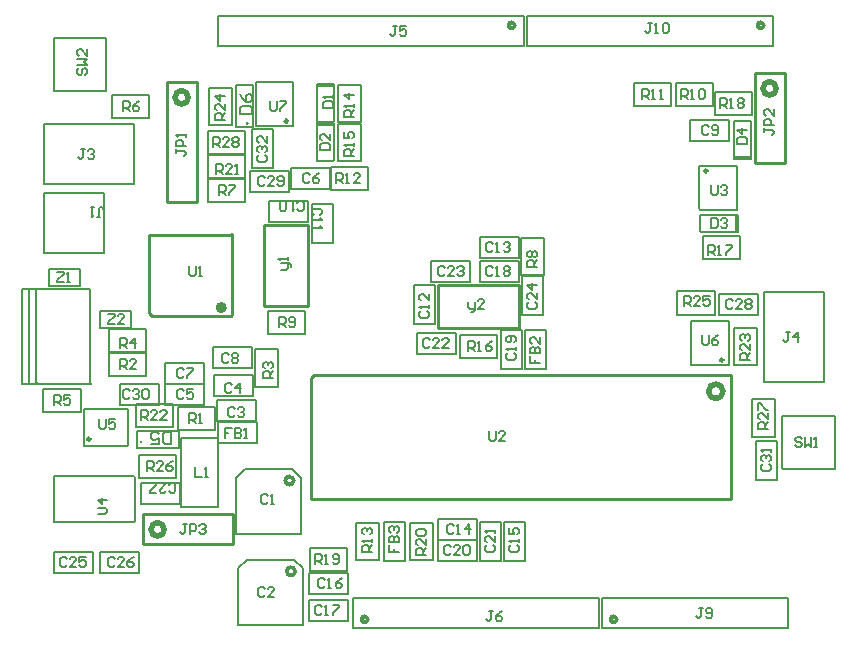
<source format=gm1>
G04*
G04 #@! TF.GenerationSoftware,Altium Limited,Altium Designer,22.7.1 (60)*
G04*
G04 Layer_Color=16711935*
%FSLAX44Y44*%
%MOMM*%
G71*
G04*
G04 #@! TF.SameCoordinates,93D02D30-53BF-4241-BF36-2AC50CD89F1B*
G04*
G04*
G04 #@! TF.FilePolarity,Positive*
G04*
G01*
G75*
%ADD10C,0.2000*%
%ADD11C,0.2540*%
%ADD13C,0.1500*%
%ADD73C,0.5000*%
%ADD86C,0.3000*%
D10*
X88900Y165608D02*
Y179578D01*
X124714D01*
X124460Y179324D02*
X124714Y179578D01*
X124460Y165354D02*
Y179324D01*
X124206Y165608D02*
X124460Y165354D01*
X88900Y165608D02*
X124206D01*
X187452Y436880D02*
Y472186D01*
X187706Y472440D01*
X173736D02*
X187706D01*
X173482Y472694D02*
X173736Y472440D01*
X173482Y436880D02*
Y472694D01*
Y436880D02*
X187452D01*
X10160Y330200D02*
X60960D01*
X10160D02*
Y381000D01*
X60960D01*
Y330200D02*
Y381000D01*
X416560Y505460D02*
Y530860D01*
X157480Y505460D02*
X416560D01*
X157480D02*
Y530860D01*
X416560D01*
X619760Y220980D02*
X670560D01*
X619760D02*
Y297180D01*
X670560D01*
Y220980D02*
Y297180D01*
X482600Y12700D02*
Y38100D01*
X640080D01*
Y12700D02*
Y38100D01*
X482600Y12700D02*
X640080D01*
X3530Y221780D02*
X4530Y220780D01*
X3530Y221780D02*
Y299780D01*
X-2470Y221780D02*
Y299780D01*
X-8470Y219780D02*
X50530D01*
X-8470D02*
Y299780D01*
X49530Y220780D02*
X50530Y219780D01*
X-8470Y299780D02*
X49530D01*
Y220780D02*
Y299780D01*
X10160Y388620D02*
Y439420D01*
X86360D01*
Y388620D02*
Y439420D01*
X10160Y388620D02*
X86360D01*
X578250Y278500D02*
Y298500D01*
X546250D02*
X578250D01*
X546250Y278500D02*
Y298500D01*
Y278500D02*
X578250D01*
X558250Y236000D02*
X590250D01*
X558250D02*
Y273000D01*
X589250D01*
X590250Y272000D01*
Y236000D02*
Y272000D01*
X609760Y207160D02*
X629760D01*
X609760Y175160D02*
Y207160D01*
Y175160D02*
X629760D01*
Y207160D01*
X627380Y505460D02*
Y530860D01*
X419100Y505460D02*
X627380D01*
X419100D02*
Y530860D01*
X627380D01*
X253240Y383700D02*
Y403700D01*
Y383700D02*
X285240D01*
Y403700D01*
X253240D02*
X285240D01*
X219710Y402590D02*
X252730D01*
Y384810D02*
Y402590D01*
X219710Y384810D02*
X252730D01*
X219710D02*
Y402590D01*
X58120Y267320D02*
X84120D01*
Y281320D01*
X58120D02*
X84120D01*
X58120Y267320D02*
Y281320D01*
X14940Y316880D02*
X40940D01*
X14940Y302880D02*
Y316880D01*
Y302880D02*
X40940D01*
Y316880D01*
X149100Y414180D02*
Y434180D01*
Y414180D02*
X181100D01*
Y434180D01*
X149100D02*
X181100D01*
X122680Y139860D02*
Y159860D01*
X90680D02*
X122680D01*
X90680Y139860D02*
Y159860D01*
Y139860D02*
X122680D01*
X150020Y470660D02*
X170020D01*
X150020Y438660D02*
Y470660D01*
Y438660D02*
X170020D01*
Y470660D01*
X594520Y235460D02*
X614520D01*
Y267460D01*
X594520D02*
X614520D01*
X594520Y235460D02*
Y267460D01*
X120140Y183040D02*
Y203040D01*
X88140D02*
X120140D01*
X88140Y183040D02*
Y203040D01*
Y183040D02*
X120140D01*
X149100Y393860D02*
Y413860D01*
Y393860D02*
X181100D01*
Y413860D01*
X149100D02*
X181100D01*
X320200Y102360D02*
X340200D01*
X320200Y70360D02*
Y102360D01*
Y70360D02*
X340200D01*
Y102360D01*
X235460Y61120D02*
Y81120D01*
Y61120D02*
X267460D01*
Y81120D01*
X235460D02*
X267460D01*
X610360Y447200D02*
Y467200D01*
X578360D02*
X610360D01*
X578360Y447200D02*
Y467200D01*
Y447200D02*
X610360D01*
X568200Y325280D02*
Y345280D01*
Y325280D02*
X600200D01*
Y345280D01*
X568200D02*
X600200D01*
X362460Y241460D02*
X394460D01*
X362460D02*
Y261460D01*
X394460D01*
Y241460D02*
Y261460D01*
X259240Y440180D02*
X279240D01*
X259240Y408180D02*
Y440180D01*
Y408180D02*
X279240D01*
Y440180D01*
X259240Y473200D02*
X279240D01*
X259240Y441200D02*
Y473200D01*
Y441200D02*
X279240D01*
Y473200D01*
X274480Y102360D02*
X294480D01*
X274480Y70360D02*
Y102360D01*
Y70360D02*
X294480D01*
Y102360D01*
X509780Y454820D02*
Y474820D01*
Y454820D02*
X541780D01*
Y474820D01*
X509780D02*
X541780D01*
X545340Y454820D02*
Y474820D01*
Y454820D02*
X577340D01*
Y474820D01*
X545340D02*
X577340D01*
X199900Y261780D02*
Y281780D01*
Y261780D02*
X231900D01*
Y281780D01*
X199900D02*
X231900D01*
X414180Y311660D02*
X434180D01*
Y343660D01*
X414180D02*
X434180D01*
X414180Y311660D02*
Y343660D01*
X149100Y373540D02*
Y393540D01*
Y373540D02*
X181100D01*
Y393540D01*
X149100D02*
X181100D01*
X99820Y444660D02*
Y464660D01*
X67820D02*
X99820D01*
X67820Y444660D02*
Y464660D01*
Y444660D02*
X99820D01*
X10060Y195740D02*
Y215740D01*
Y195740D02*
X42060D01*
Y215740D01*
X10060D02*
X42060D01*
X65280Y246540D02*
Y266540D01*
Y246540D02*
X97280D01*
Y266540D01*
X65280D02*
X97280D01*
X189000Y249250D02*
X209000D01*
X189000Y217250D02*
Y249250D01*
Y217250D02*
X209000D01*
Y249250D01*
X65280Y226220D02*
Y246220D01*
Y226220D02*
X97280D01*
Y246220D01*
X65280D02*
X97280D01*
X123700Y180500D02*
Y200500D01*
Y180500D02*
X155700D01*
Y200500D01*
X123700D02*
X155700D01*
X316230Y69850D02*
Y102870D01*
X298450Y69850D02*
X316230D01*
X298450D02*
Y102870D01*
X316230D01*
X435610Y232410D02*
Y265430D01*
X417830Y232410D02*
X435610D01*
X417830D02*
Y265430D01*
X435610D01*
X157990Y187140D02*
X191010D01*
Y169360D02*
Y187140D01*
X157990Y169360D02*
X191010D01*
X157990D02*
Y187140D01*
X186690Y402590D02*
Y435610D01*
X204470D01*
Y402590D02*
Y435610D01*
X186690Y402590D02*
X204470D01*
X613410Y138430D02*
Y171450D01*
X631190D01*
Y138430D02*
Y171450D01*
X613410Y138430D02*
X631190D01*
X74930Y201930D02*
X107950D01*
X74930D02*
Y219710D01*
X107950D01*
Y201930D02*
Y219710D01*
X184810Y382270D02*
X217830D01*
X184810D02*
Y400050D01*
X217830D01*
Y382270D02*
Y400050D01*
X582270Y278130D02*
X615290D01*
X582270D02*
Y295910D01*
X615290D01*
Y278130D02*
Y295910D01*
X92710Y118110D02*
X125730D01*
X92710D02*
Y135890D01*
X125730D01*
Y118110D02*
Y135890D01*
X57810Y77470D02*
X90830D01*
Y59690D02*
Y77470D01*
X57810Y59690D02*
X90830D01*
X57810D02*
Y77470D01*
X19050D02*
X52070D01*
Y59690D02*
Y77470D01*
X19050Y59690D02*
X52070D01*
X19050D02*
Y77470D01*
X415290Y278130D02*
Y311150D01*
X433070D01*
Y278130D02*
Y311150D01*
X415290Y278130D02*
X433070D01*
X338430Y306070D02*
X371450D01*
X338430D02*
Y323850D01*
X371450D01*
Y306070D02*
Y323850D01*
X326390Y245110D02*
X359410D01*
X326390D02*
Y262890D01*
X359410D01*
Y245110D02*
Y262890D01*
X379730Y69850D02*
Y102870D01*
X397510D01*
Y69850D02*
Y102870D01*
X379730Y69850D02*
X397510D01*
X344170Y87630D02*
X377190D01*
Y69850D02*
Y87630D01*
X344170Y69850D02*
X377190D01*
X344170D02*
Y87630D01*
X415290Y232410D02*
Y265430D01*
X397510Y232410D02*
X415290D01*
X397510D02*
Y265430D01*
X415290D01*
X379730Y306070D02*
X412750D01*
X379730D02*
Y323850D01*
X412750D01*
Y306070D02*
Y323850D01*
X234950Y36830D02*
X267970D01*
Y19050D02*
Y36830D01*
X234950Y19050D02*
X267970D01*
X234950D02*
Y36830D01*
Y41910D02*
X267970D01*
X234950D02*
Y59690D01*
X267970D01*
Y41910D02*
Y59690D01*
X400050Y102870D02*
X417830D01*
X400050Y69850D02*
Y102870D01*
Y69850D02*
X417830D01*
Y102870D01*
X377190Y87630D02*
Y105410D01*
X344170D02*
X377190D01*
X344170Y87630D02*
Y105410D01*
Y87630D02*
X377190D01*
X379730Y344170D02*
X412750D01*
Y326390D02*
Y344170D01*
X379730Y326390D02*
X412750D01*
X379730D02*
Y344170D01*
X323850Y270510D02*
Y303530D01*
X341630D01*
Y270510D02*
Y303530D01*
X323850Y270510D02*
X341630D01*
X255270Y339090D02*
Y372110D01*
X237490Y339090D02*
X255270D01*
X237490D02*
Y372110D01*
X255270D01*
X201270Y356870D02*
X234290D01*
X201270D02*
Y374650D01*
X234290D01*
Y356870D02*
Y374650D01*
X557530Y443230D02*
X590550D01*
Y425450D02*
Y443230D01*
X557530Y425450D02*
X590550D01*
X557530D02*
Y443230D01*
X153240Y250890D02*
X186260D01*
Y233110D02*
Y250890D01*
X153240Y233110D02*
X186260D01*
X153240D02*
Y250890D01*
X113030Y219710D02*
X146050D01*
X113030D02*
Y237490D01*
X146050D01*
Y219710D02*
Y237490D01*
X113030Y201930D02*
X146050D01*
X113030D02*
Y219710D01*
X146050D01*
Y201930D02*
Y219710D01*
X154240Y227390D02*
X187260D01*
Y209610D02*
Y227390D01*
X154240Y209610D02*
X187260D01*
X154240D02*
Y227390D01*
X157240Y206390D02*
X190260D01*
Y188610D02*
Y206390D01*
X157240Y188610D02*
X190260D01*
X157240D02*
Y206390D01*
X595376Y412242D02*
X608838D01*
X595122Y411226D02*
Y411988D01*
X595376Y442214D02*
X608838D01*
X595122Y441960D02*
X595376Y442214D01*
X595122Y410210D02*
Y441960D01*
Y410210D02*
X595249Y410083D01*
X608711D01*
X608838Y409956D01*
Y442214D01*
X596138Y348996D02*
Y362458D01*
X596392Y348742D02*
X597154D01*
X566166Y348996D02*
Y362458D01*
Y348996D02*
X566420Y348742D01*
X598170D01*
X598297Y348869D01*
Y362331D01*
X598424Y362458D01*
X566166D02*
X598424D01*
X242062Y438658D02*
X255524D01*
X255778Y438912D02*
Y439674D01*
X242062Y408686D02*
X255524D01*
X255778Y408940D01*
Y440690D01*
X255651Y440817D02*
X255778Y440690D01*
X242189Y440817D02*
X255651D01*
X242062Y440944D02*
X242189Y440817D01*
X242062Y408686D02*
Y440944D01*
Y471678D02*
X255524D01*
X255778Y471932D02*
Y472694D01*
X242062Y441706D02*
X255524D01*
X255778Y441960D01*
Y473710D01*
X255651Y473837D02*
X255778Y473710D01*
X242189Y473837D02*
X255651D01*
X242062Y473964D02*
X242189Y473837D01*
X242062Y441706D02*
Y473964D01*
X18640Y467970D02*
X63140D01*
X63390Y467720D01*
Y511970D01*
X62640Y512720D02*
X63390Y511970D01*
X18640Y512720D02*
X62640D01*
X18640Y467970D02*
Y512720D01*
X635360Y192430D02*
X679860D01*
X635110Y192680D02*
X635360Y192430D01*
X635110Y148430D02*
Y192680D01*
Y148430D02*
X635860Y147680D01*
X679860D01*
Y192430D01*
X189740Y438200D02*
X221740D01*
X189740D02*
Y475200D01*
X220740D01*
X221740Y474200D01*
Y438200D02*
Y474200D01*
X44500Y166880D02*
Y198880D01*
X81500D01*
Y167880D02*
Y198880D01*
X80500Y166880D02*
X81500Y167880D01*
X44500Y166880D02*
X80500D01*
X565000Y404280D02*
X597000D01*
Y367280D02*
Y404280D01*
X566000Y367280D02*
X597000D01*
X565000Y368280D02*
X566000Y367280D01*
X565000Y368280D02*
Y404280D01*
X19090Y102920D02*
Y141170D01*
X19340Y141420D01*
X86340D01*
X87340Y140420D01*
Y103420D02*
Y140420D01*
X86840Y102920D02*
X87340Y103420D01*
X19090Y102920D02*
X86840D01*
X126240Y115780D02*
X158240D01*
X126240D02*
Y173780D01*
X158240D01*
Y115780D02*
Y173780D01*
X222000Y71000D02*
X229500Y63500D01*
Y16000D02*
Y63500D01*
X174500Y16000D02*
X229500D01*
X174500D02*
Y63500D01*
X182000Y71000D01*
X222000D01*
X220750Y148000D02*
X228250Y140500D01*
Y93000D02*
Y140500D01*
X173250Y93000D02*
X228250D01*
X173250D02*
Y140500D01*
X180750Y148000D01*
X220750D01*
X271780Y12700D02*
X480060D01*
Y38100D01*
X271780D02*
X480060D01*
X271780Y12700D02*
Y38100D01*
D11*
X92815Y170688D02*
G03*
X92815Y170688I-359J0D01*
G01*
X182731Y440436D02*
G03*
X182731Y440436I-359J0D01*
G01*
X585664Y240000D02*
G03*
X585664Y240000I-1414J0D01*
G01*
X217154Y442200D02*
G03*
X217154Y442200I-1414J0D01*
G01*
X49914Y172880D02*
G03*
X49914Y172880I-1414J0D01*
G01*
X572414Y400280D02*
G03*
X572414Y400280I-1414J0D01*
G01*
X114300Y474980D02*
X139700D01*
X114300Y373380D02*
Y474980D01*
X139700Y373380D02*
Y474980D01*
X114300Y373380D02*
X139700D01*
X612140Y406400D02*
Y482600D01*
X637540Y406400D02*
Y482600D01*
X612140Y406400D02*
X637540D01*
X612140Y482600D02*
X637540D01*
X239200Y227400D02*
X592200D01*
X236200Y224400D02*
X239200Y227400D01*
X236200Y122400D02*
Y224400D01*
Y122400D02*
X592200D01*
Y227400D01*
X101620Y277420D02*
X167620D01*
X99620Y279420D02*
X101620Y277420D01*
X99620Y279420D02*
Y345420D01*
X168620D01*
X169620Y346420D01*
Y278420D02*
Y346420D01*
X168620Y277420D02*
X169620Y278420D01*
X93980Y83820D02*
Y109220D01*
X170180Y83820D02*
Y109220D01*
X93980D02*
X170180D01*
X93980Y83820D02*
X170180D01*
X412750Y266700D02*
Y303530D01*
X344170Y266700D02*
X412750D01*
X344170D02*
Y303530D01*
X412750D01*
X196850Y354330D02*
X233680D01*
Y285750D02*
Y354330D01*
X196850Y285750D02*
X233680D01*
X196850D02*
Y354330D01*
D13*
X118180Y169223D02*
Y179220D01*
X113181D01*
X111515Y177554D01*
Y170889D01*
X113181Y169223D01*
X118180D01*
X101519D02*
X108183D01*
Y174221D01*
X104851Y172555D01*
X103185D01*
X101519Y174221D01*
Y177554D01*
X103185Y179220D01*
X106517D01*
X108183Y177554D01*
X176463Y448540D02*
X186460D01*
Y453538D01*
X184794Y455205D01*
X178129D01*
X176463Y453538D01*
Y448540D01*
Y465201D02*
X178129Y461869D01*
X181462Y458537D01*
X184794D01*
X186460Y460203D01*
Y463535D01*
X184794Y465201D01*
X183128D01*
X181462Y463535D01*
Y458537D01*
X44932Y418437D02*
X42266D01*
X43599D01*
Y411773D01*
X42266Y410440D01*
X40933D01*
X39600Y411773D01*
X47597Y417104D02*
X48930Y418437D01*
X51596D01*
X52929Y417104D01*
Y415772D01*
X51596Y414439D01*
X50263D01*
X51596D01*
X52929Y413106D01*
Y411773D01*
X51596Y410440D01*
X48930D01*
X47597Y411773D01*
X248132Y53885D02*
X246799Y55217D01*
X244133D01*
X242800Y53885D01*
Y48553D01*
X244133Y47220D01*
X246799D01*
X248132Y48553D01*
X250797Y47220D02*
X253463D01*
X252130D01*
Y55217D01*
X250797Y53885D01*
X262794Y55217D02*
X260128Y53885D01*
X257462Y51219D01*
Y48553D01*
X258795Y47220D01*
X261461D01*
X262794Y48553D01*
Y49886D01*
X261461Y51219D01*
X257462D01*
X55398Y361341D02*
X58064D01*
X56731D01*
Y368005D01*
X58064Y369338D01*
X59397D01*
X60730Y368005D01*
X52733Y369338D02*
X50067D01*
X51400D01*
Y361341D01*
X52733Y362674D01*
X122583Y418312D02*
Y415646D01*
Y416979D01*
X129247D01*
X130580Y415646D01*
Y414313D01*
X129247Y412980D01*
X130580Y420977D02*
X122583D01*
Y424976D01*
X123916Y426309D01*
X126581D01*
X127914Y424976D01*
Y420977D01*
X130580Y428975D02*
Y431641D01*
Y430308D01*
X122583D01*
X123916Y428975D01*
X309092Y522577D02*
X306426D01*
X307759D01*
Y515913D01*
X306426Y514580D01*
X305093D01*
X303760Y515913D01*
X317089Y522577D02*
X311757D01*
Y518579D01*
X314423Y519912D01*
X315756D01*
X317089Y518579D01*
Y515913D01*
X315756Y514580D01*
X313090D01*
X311757Y515913D01*
X620423Y436092D02*
Y433426D01*
Y434759D01*
X627087D01*
X628420Y433426D01*
Y432093D01*
X627087Y430760D01*
X628420Y438757D02*
X620423D01*
Y442756D01*
X621755Y444089D01*
X624421D01*
X625754Y442756D01*
Y438757D01*
X628420Y452086D02*
Y446755D01*
X623088Y452086D01*
X621755D01*
X620423Y450754D01*
Y448088D01*
X621755Y446755D01*
X641832Y263497D02*
X639166D01*
X640499D01*
Y256833D01*
X639166Y255500D01*
X637833D01*
X636500Y256833D01*
X648496Y255500D02*
Y263497D01*
X644497Y259499D01*
X649829D01*
X568172Y29817D02*
X565506D01*
X566839D01*
Y23153D01*
X565506Y21820D01*
X564173D01*
X562840Y23153D01*
X570837D02*
X572170Y21820D01*
X574836D01*
X576169Y23153D01*
Y28484D01*
X574836Y29817D01*
X572170D01*
X570837Y28484D01*
Y27152D01*
X572170Y25819D01*
X576169D01*
X387580Y179677D02*
Y173013D01*
X388913Y171680D01*
X391579D01*
X392912Y173013D01*
Y179677D01*
X400909Y171680D02*
X395577D01*
X400909Y177012D01*
Y178344D01*
X399576Y179677D01*
X396910D01*
X395577Y178344D01*
X552680Y285980D02*
Y293977D01*
X556679D01*
X558012Y292645D01*
Y289979D01*
X556679Y288646D01*
X552680D01*
X555346D02*
X558012Y285980D01*
X566009D02*
X560677D01*
X566009Y291312D01*
Y292645D01*
X564676Y293977D01*
X562010D01*
X560677Y292645D01*
X574006Y293977D02*
X568675D01*
Y289979D01*
X571341Y291312D01*
X572673D01*
X574006Y289979D01*
Y287313D01*
X572673Y285980D01*
X570008D01*
X568675Y287313D01*
X567920Y260957D02*
Y254293D01*
X569253Y252960D01*
X571919D01*
X573252Y254293D01*
Y260957D01*
X581249D02*
X578583Y259625D01*
X575917Y256959D01*
Y254293D01*
X577250Y252960D01*
X579916D01*
X581249Y254293D01*
Y255626D01*
X579916Y256959D01*
X575917D01*
X623340Y181840D02*
X615343D01*
Y185839D01*
X616675Y187172D01*
X619341D01*
X620674Y185839D01*
Y181840D01*
Y184506D02*
X623340Y187172D01*
Y195169D02*
Y189837D01*
X618008Y195169D01*
X616675D01*
X615343Y193836D01*
Y191170D01*
X616675Y189837D01*
X615343Y197835D02*
Y203166D01*
X616675D01*
X622007Y197835D01*
X623340D01*
X524992Y525117D02*
X522326D01*
X523659D01*
Y518453D01*
X522326Y517120D01*
X520993D01*
X519660Y518453D01*
X527657Y517120D02*
X530323D01*
X528990D01*
Y525117D01*
X527657Y523784D01*
X534322D02*
X535655Y525117D01*
X538321D01*
X539654Y523784D01*
Y518453D01*
X538321Y517120D01*
X535655D01*
X534322Y518453D01*
Y523784D01*
X258040Y390120D02*
Y398117D01*
X262039D01*
X263372Y396785D01*
Y394119D01*
X262039Y392786D01*
X258040D01*
X260706D02*
X263372Y390120D01*
X266037D02*
X268703D01*
X267370D01*
Y398117D01*
X266037Y396785D01*
X278034Y390120D02*
X272702D01*
X278034Y395452D01*
Y396785D01*
X276701Y398117D01*
X274035D01*
X272702Y396785D01*
X235432D02*
X234099Y398117D01*
X231433D01*
X230100Y396785D01*
Y391453D01*
X231433Y390120D01*
X234099D01*
X235432Y391453D01*
X243429Y398117D02*
X240763Y396785D01*
X238097Y394119D01*
Y391453D01*
X239430Y390120D01*
X242096D01*
X243429Y391453D01*
Y392786D01*
X242096Y394119D01*
X238097D01*
X65000Y278737D02*
X70332D01*
Y277404D01*
X65000Y272073D01*
Y270740D01*
X70332D01*
X78329D02*
X72997D01*
X78329Y276072D01*
Y277404D01*
X76996Y278737D01*
X74330D01*
X72997Y277404D01*
X21820Y314297D02*
X27152D01*
Y312964D01*
X21820Y307633D01*
Y306300D01*
X27152D01*
X29817D02*
X32483D01*
X31150D01*
Y314297D01*
X29817Y312964D01*
X153900Y420600D02*
Y428597D01*
X157899D01*
X159232Y427265D01*
Y424599D01*
X157899Y423266D01*
X153900D01*
X156566D02*
X159232Y420600D01*
X167229D02*
X161897D01*
X167229Y425932D01*
Y427265D01*
X165896Y428597D01*
X163230D01*
X161897Y427265D01*
X169895D02*
X171228Y428597D01*
X173894D01*
X175226Y427265D01*
Y425932D01*
X173894Y424599D01*
X175226Y423266D01*
Y421933D01*
X173894Y420600D01*
X171228D01*
X169895Y421933D01*
Y423266D01*
X171228Y424599D01*
X169895Y425932D01*
Y427265D01*
X171228Y424599D02*
X173894D01*
X98020Y146280D02*
Y154277D01*
X102019D01*
X103352Y152944D01*
Y150279D01*
X102019Y148946D01*
X98020D01*
X100686D02*
X103352Y146280D01*
X111349D02*
X106017D01*
X111349Y151612D01*
Y152944D01*
X110016Y154277D01*
X107350D01*
X106017Y152944D01*
X119346Y154277D02*
X116681Y152944D01*
X114015Y150279D01*
Y147613D01*
X115348Y146280D01*
X118013D01*
X119346Y147613D01*
Y148946D01*
X118013Y150279D01*
X114015D01*
X163600Y443460D02*
X155603D01*
Y447459D01*
X156936Y448792D01*
X159601D01*
X160934Y447459D01*
Y443460D01*
Y446126D02*
X163600Y448792D01*
Y456789D02*
Y451457D01*
X158268Y456789D01*
X156936D01*
X155603Y455456D01*
Y452790D01*
X156936Y451457D01*
X163600Y463453D02*
X155603D01*
X159601Y459455D01*
Y464786D01*
X608100Y240260D02*
X600103D01*
Y244259D01*
X601436Y245592D01*
X604101D01*
X605434Y244259D01*
Y240260D01*
Y242926D02*
X608100Y245592D01*
Y253589D02*
Y248257D01*
X602768Y253589D01*
X601436D01*
X600103Y252256D01*
Y249590D01*
X601436Y248257D01*
Y256255D02*
X600103Y257588D01*
Y260254D01*
X601436Y261586D01*
X602768D01*
X604101Y260254D01*
Y258921D01*
Y260254D01*
X605434Y261586D01*
X606767D01*
X608100Y260254D01*
Y257588D01*
X606767Y256255D01*
X92940Y189460D02*
Y197457D01*
X96939D01*
X98272Y196124D01*
Y193459D01*
X96939Y192126D01*
X92940D01*
X95606D02*
X98272Y189460D01*
X106269D02*
X100937D01*
X106269Y194792D01*
Y196124D01*
X104936Y197457D01*
X102270D01*
X100937Y196124D01*
X114266Y189460D02*
X108935D01*
X114266Y194792D01*
Y196124D01*
X112934Y197457D01*
X110268D01*
X108935Y196124D01*
X156440Y397740D02*
Y405737D01*
X160439D01*
X161772Y404404D01*
Y401739D01*
X160439Y400406D01*
X156440D01*
X159106D02*
X161772Y397740D01*
X169769D02*
X164437D01*
X169769Y403072D01*
Y404404D01*
X168436Y405737D01*
X165770D01*
X164437Y404404D01*
X172435Y397740D02*
X175101D01*
X173768D01*
Y405737D01*
X172435Y404404D01*
X333780Y75160D02*
X325783D01*
Y79159D01*
X327116Y80492D01*
X329781D01*
X331114Y79159D01*
Y75160D01*
Y77826D02*
X333780Y80492D01*
Y88489D02*
Y83157D01*
X328448Y88489D01*
X327116D01*
X325783Y87156D01*
Y84490D01*
X327116Y83157D01*
Y91155D02*
X325783Y92488D01*
Y95154D01*
X327116Y96486D01*
X332447D01*
X333780Y95154D01*
Y92488D01*
X332447Y91155D01*
X327116D01*
X240260Y67540D02*
Y75537D01*
X244259D01*
X245592Y74205D01*
Y71539D01*
X244259Y70206D01*
X240260D01*
X242926D02*
X245592Y67540D01*
X248257D02*
X250923D01*
X249590D01*
Y75537D01*
X248257Y74205D01*
X254922Y68873D02*
X256255Y67540D01*
X258921D01*
X260254Y68873D01*
Y74205D01*
X258921Y75537D01*
X256255D01*
X254922Y74205D01*
Y72872D01*
X256255Y71539D01*
X260254D01*
X583160Y453620D02*
Y461617D01*
X587159D01*
X588492Y460285D01*
Y457619D01*
X587159Y456286D01*
X583160D01*
X585826D02*
X588492Y453620D01*
X591157D02*
X593823D01*
X592490D01*
Y461617D01*
X591157Y460285D01*
X597822D02*
X599155Y461617D01*
X601821D01*
X603153Y460285D01*
Y458952D01*
X601821Y457619D01*
X603153Y456286D01*
Y454953D01*
X601821Y453620D01*
X599155D01*
X597822Y454953D01*
Y456286D01*
X599155Y457619D01*
X597822Y458952D01*
Y460285D01*
X599155Y457619D02*
X601821D01*
X573000Y329160D02*
Y337157D01*
X576999D01*
X578332Y335825D01*
Y333159D01*
X576999Y331826D01*
X573000D01*
X575666D02*
X578332Y329160D01*
X580997D02*
X583663D01*
X582330D01*
Y337157D01*
X580997Y335825D01*
X587662Y337157D02*
X592994D01*
Y335825D01*
X587662Y330493D01*
Y329160D01*
X369800Y247880D02*
Y255877D01*
X373799D01*
X375132Y254545D01*
Y251879D01*
X373799Y250546D01*
X369800D01*
X372466D02*
X375132Y247880D01*
X377797D02*
X380463D01*
X379130D01*
Y255877D01*
X377797Y254545D01*
X389794Y255877D02*
X387128Y254545D01*
X384462Y251879D01*
Y249213D01*
X385795Y247880D01*
X388461D01*
X389794Y249213D01*
Y250546D01*
X388461Y251879D01*
X384462D01*
X272820Y412980D02*
X264823D01*
Y416979D01*
X266155Y418312D01*
X268821D01*
X270154Y416979D01*
Y412980D01*
Y415646D02*
X272820Y418312D01*
Y420977D02*
Y423643D01*
Y422310D01*
X264823D01*
X266155Y420977D01*
X264823Y432974D02*
Y427642D01*
X268821D01*
X267488Y430308D01*
Y431641D01*
X268821Y432974D01*
X271487D01*
X272820Y431641D01*
Y428975D01*
X271487Y427642D01*
X272820Y446000D02*
X264823D01*
Y449999D01*
X266155Y451332D01*
X268821D01*
X270154Y449999D01*
Y446000D01*
Y448666D02*
X272820Y451332D01*
Y453997D02*
Y456663D01*
Y455330D01*
X264823D01*
X266155Y453997D01*
X272820Y464661D02*
X264823D01*
X268821Y460662D01*
Y465993D01*
X288060Y77700D02*
X280063D01*
Y81699D01*
X281395Y83032D01*
X284061D01*
X285394Y81699D01*
Y77700D01*
Y80366D02*
X288060Y83032D01*
Y85697D02*
Y88363D01*
Y87030D01*
X280063D01*
X281395Y85697D01*
Y92362D02*
X280063Y93695D01*
Y96361D01*
X281395Y97694D01*
X282728D01*
X284061Y96361D01*
Y95028D01*
Y96361D01*
X285394Y97694D01*
X286727D01*
X288060Y96361D01*
Y93695D01*
X286727Y92362D01*
X517120Y461240D02*
Y469237D01*
X521119D01*
X522452Y467905D01*
Y465239D01*
X521119Y463906D01*
X517120D01*
X519786D02*
X522452Y461240D01*
X525117D02*
X527783D01*
X526450D01*
Y469237D01*
X525117Y467905D01*
X531782Y461240D02*
X534448D01*
X533115D01*
Y469237D01*
X531782Y467905D01*
X550140Y461240D02*
Y469237D01*
X554139D01*
X555472Y467905D01*
Y465239D01*
X554139Y463906D01*
X550140D01*
X552806D02*
X555472Y461240D01*
X558137D02*
X560803D01*
X559470D01*
Y469237D01*
X558137Y467905D01*
X564802D02*
X566135Y469237D01*
X568801D01*
X570134Y467905D01*
Y462573D01*
X568801Y461240D01*
X566135D01*
X564802Y462573D01*
Y467905D01*
X209780Y268200D02*
Y276197D01*
X213779D01*
X215112Y274865D01*
Y272199D01*
X213779Y270866D01*
X209780D01*
X212446D02*
X215112Y268200D01*
X217777Y269533D02*
X219110Y268200D01*
X221776D01*
X223109Y269533D01*
Y274865D01*
X221776Y276197D01*
X219110D01*
X217777Y274865D01*
Y273532D01*
X219110Y272199D01*
X223109D01*
X427760Y319000D02*
X419763D01*
Y322999D01*
X421096Y324332D01*
X423761D01*
X425094Y322999D01*
Y319000D01*
Y321666D02*
X427760Y324332D01*
X421096Y326997D02*
X419763Y328330D01*
Y330996D01*
X421096Y332329D01*
X422428D01*
X423761Y330996D01*
X425094Y332329D01*
X426427D01*
X427760Y330996D01*
Y328330D01*
X426427Y326997D01*
X425094D01*
X423761Y328330D01*
X422428Y326997D01*
X421096D01*
X423761Y328330D02*
Y330996D01*
X158980Y379960D02*
Y387957D01*
X162979D01*
X164312Y386624D01*
Y383959D01*
X162979Y382626D01*
X158980D01*
X161646D02*
X164312Y379960D01*
X166977Y387957D02*
X172309D01*
Y386624D01*
X166977Y381293D01*
Y379960D01*
X77700Y451080D02*
Y459077D01*
X81699D01*
X83032Y457744D01*
Y455079D01*
X81699Y453746D01*
X77700D01*
X80366D02*
X83032Y451080D01*
X91029Y459077D02*
X88363Y457744D01*
X85697Y455079D01*
Y452413D01*
X87030Y451080D01*
X89696D01*
X91029Y452413D01*
Y453746D01*
X89696Y455079D01*
X85697D01*
X19280Y202160D02*
Y210157D01*
X23279D01*
X24612Y208825D01*
Y206159D01*
X23279Y204826D01*
X19280D01*
X21946D02*
X24612Y202160D01*
X32609Y210157D02*
X27277D01*
Y206159D01*
X29943Y207492D01*
X31276D01*
X32609Y206159D01*
Y203493D01*
X31276Y202160D01*
X28610D01*
X27277Y203493D01*
X75160Y250420D02*
Y258417D01*
X79159D01*
X80492Y257085D01*
Y254419D01*
X79159Y253086D01*
X75160D01*
X77826D02*
X80492Y250420D01*
X87156D02*
Y258417D01*
X83157Y254419D01*
X88489D01*
X204240Y225020D02*
X196243D01*
Y229019D01*
X197575Y230352D01*
X200241D01*
X201574Y229019D01*
Y225020D01*
Y227686D02*
X204240Y230352D01*
X197575Y233017D02*
X196243Y234350D01*
Y237016D01*
X197575Y238349D01*
X198908D01*
X200241Y237016D01*
Y235683D01*
Y237016D01*
X201574Y238349D01*
X202907D01*
X204240Y237016D01*
Y234350D01*
X202907Y233017D01*
X75160Y232640D02*
Y240637D01*
X79159D01*
X80492Y239305D01*
Y236639D01*
X79159Y235306D01*
X75160D01*
X77826D02*
X80492Y232640D01*
X88489D02*
X83157D01*
X88489Y237972D01*
Y239305D01*
X87156Y240637D01*
X84490D01*
X83157Y239305D01*
X133580Y186920D02*
Y194917D01*
X137579D01*
X138912Y193584D01*
Y190919D01*
X137579Y189586D01*
X133580D01*
X136246D02*
X138912Y186920D01*
X141577D02*
X144243D01*
X142910D01*
Y194917D01*
X141577Y193584D01*
X133580Y319377D02*
Y312713D01*
X134913Y311380D01*
X137579D01*
X138912Y312713D01*
Y319377D01*
X141577Y311380D02*
X144243D01*
X142910D01*
Y319377D01*
X141577Y318044D01*
X131292Y100937D02*
X128626D01*
X129959D01*
Y94273D01*
X128626Y92940D01*
X127293D01*
X125960Y94273D01*
X133957Y92940D02*
Y100937D01*
X137956D01*
X139289Y99605D01*
Y96939D01*
X137956Y95606D01*
X133957D01*
X141955Y99605D02*
X143288Y100937D01*
X145954D01*
X147286Y99605D01*
Y98272D01*
X145954Y96939D01*
X144621D01*
X145954D01*
X147286Y95606D01*
Y94273D01*
X145954Y92940D01*
X143288D01*
X141955Y94273D01*
X302923Y83032D02*
Y77700D01*
X306921D01*
Y80366D01*
Y77700D01*
X310920D01*
X302923Y85697D02*
X310920D01*
Y89696D01*
X309587Y91029D01*
X308254D01*
X306921Y89696D01*
Y85697D01*
Y89696D01*
X305588Y91029D01*
X304256D01*
X302923Y89696D01*
Y85697D01*
X304256Y93695D02*
X302923Y95028D01*
Y97694D01*
X304256Y99026D01*
X305588D01*
X306921Y97694D01*
Y96361D01*
Y97694D01*
X308254Y99026D01*
X309587D01*
X310920Y97694D01*
Y95028D01*
X309587Y93695D01*
X422303Y243052D02*
Y237720D01*
X426301D01*
Y240386D01*
Y237720D01*
X430300D01*
X422303Y245717D02*
X430300D01*
Y249716D01*
X428967Y251049D01*
X427634D01*
X426301Y249716D01*
Y245717D01*
Y249716D01*
X424968Y251049D01*
X423635D01*
X422303Y249716D01*
Y245717D01*
X430300Y259046D02*
Y253715D01*
X424968Y259046D01*
X423635D01*
X422303Y257714D01*
Y255048D01*
X423635Y253715D01*
X169392Y182217D02*
X164060D01*
Y178219D01*
X166726D01*
X164060D01*
Y174220D01*
X172057Y182217D02*
Y174220D01*
X176056D01*
X177389Y175553D01*
Y176886D01*
X176056Y178219D01*
X172057D01*
X176056D01*
X177389Y179552D01*
Y180884D01*
X176056Y182217D01*
X172057D01*
X180055Y174220D02*
X182721D01*
X181388D01*
Y182217D01*
X180055Y180884D01*
X192495Y413232D02*
X191163Y411899D01*
Y409233D01*
X192495Y407900D01*
X197827D01*
X199160Y409233D01*
Y411899D01*
X197827Y413232D01*
X192495Y415897D02*
X191163Y417230D01*
Y419896D01*
X192495Y421229D01*
X193828D01*
X195161Y419896D01*
Y418563D01*
Y419896D01*
X196494Y421229D01*
X197827D01*
X199160Y419896D01*
Y417230D01*
X197827Y415897D01*
X199160Y429226D02*
Y423895D01*
X193828Y429226D01*
X192495D01*
X191163Y427893D01*
Y425228D01*
X192495Y423895D01*
X619216Y151612D02*
X617883Y150279D01*
Y147613D01*
X619216Y146280D01*
X624547D01*
X625880Y147613D01*
Y150279D01*
X624547Y151612D01*
X619216Y154277D02*
X617883Y155610D01*
Y158276D01*
X619216Y159609D01*
X620548D01*
X621881Y158276D01*
Y156943D01*
Y158276D01*
X623214Y159609D01*
X624547D01*
X625880Y158276D01*
Y155610D01*
X624547Y154277D01*
X625880Y162275D02*
Y164941D01*
Y163608D01*
X617883D01*
X619216Y162275D01*
X83032Y213904D02*
X81699Y215237D01*
X79033D01*
X77700Y213904D01*
Y208573D01*
X79033Y207240D01*
X81699D01*
X83032Y208573D01*
X85697Y213904D02*
X87030Y215237D01*
X89696D01*
X91029Y213904D01*
Y212572D01*
X89696Y211239D01*
X88363D01*
X89696D01*
X91029Y209906D01*
Y208573D01*
X89696Y207240D01*
X87030D01*
X85697Y208573D01*
X93695Y213904D02*
X95028Y215237D01*
X97694D01*
X99026Y213904D01*
Y208573D01*
X97694Y207240D01*
X95028D01*
X93695Y208573D01*
Y213904D01*
X197332Y394244D02*
X195999Y395577D01*
X193333D01*
X192000Y394244D01*
Y388913D01*
X193333Y387580D01*
X195999D01*
X197332Y388913D01*
X205329Y387580D02*
X199997D01*
X205329Y392912D01*
Y394244D01*
X203996Y395577D01*
X201330D01*
X199997Y394244D01*
X207995Y388913D02*
X209328Y387580D01*
X211994D01*
X213326Y388913D01*
Y394244D01*
X211994Y395577D01*
X209328D01*
X207995Y394244D01*
Y392912D01*
X209328Y391579D01*
X213326D01*
X593572Y290105D02*
X592239Y291437D01*
X589573D01*
X588240Y290105D01*
Y284773D01*
X589573Y283440D01*
X592239D01*
X593572Y284773D01*
X601569Y283440D02*
X596237D01*
X601569Y288772D01*
Y290105D01*
X600236Y291437D01*
X597570D01*
X596237Y290105D01*
X604235D02*
X605568Y291437D01*
X608233D01*
X609566Y290105D01*
Y288772D01*
X608233Y287439D01*
X609566Y286106D01*
Y284773D01*
X608233Y283440D01*
X605568D01*
X604235Y284773D01*
Y286106D01*
X605568Y287439D01*
X604235Y288772D01*
Y290105D01*
X605568Y287439D02*
X608233D01*
X116358Y128995D02*
X117691Y127662D01*
X120357D01*
X121690Y128995D01*
Y134326D01*
X120357Y135659D01*
X117691D01*
X116358Y134326D01*
X108361Y135659D02*
X113693D01*
X108361Y130328D01*
Y128995D01*
X109694Y127662D01*
X112360D01*
X113693Y128995D01*
X105695Y127662D02*
X100364D01*
Y128995D01*
X105695Y134326D01*
Y135659D01*
X70332Y71665D02*
X68999Y72997D01*
X66333D01*
X65000Y71665D01*
Y66333D01*
X66333Y65000D01*
X68999D01*
X70332Y66333D01*
X78329Y65000D02*
X72997D01*
X78329Y70332D01*
Y71665D01*
X76996Y72997D01*
X74330D01*
X72997Y71665D01*
X86326Y72997D02*
X83661Y71665D01*
X80995Y68999D01*
Y66333D01*
X82328Y65000D01*
X84993D01*
X86326Y66333D01*
Y67666D01*
X84993Y68999D01*
X80995D01*
X29692Y71665D02*
X28359Y72997D01*
X25693D01*
X24360Y71665D01*
Y66333D01*
X25693Y65000D01*
X28359D01*
X29692Y66333D01*
X37689Y65000D02*
X32357D01*
X37689Y70332D01*
Y71665D01*
X36356Y72997D01*
X33690D01*
X32357Y71665D01*
X45686Y72997D02*
X40355D01*
Y68999D01*
X43021Y70332D01*
X44353D01*
X45686Y68999D01*
Y66333D01*
X44353Y65000D01*
X41688D01*
X40355Y66333D01*
X421096Y288772D02*
X419763Y287439D01*
Y284773D01*
X421096Y283440D01*
X426427D01*
X427760Y284773D01*
Y287439D01*
X426427Y288772D01*
X427760Y296769D02*
Y291437D01*
X422428Y296769D01*
X421096D01*
X419763Y295436D01*
Y292770D01*
X421096Y291437D01*
X427760Y303433D02*
X419763D01*
X423761Y299435D01*
Y304766D01*
X349732Y318044D02*
X348399Y319377D01*
X345733D01*
X344400Y318044D01*
Y312713D01*
X345733Y311380D01*
X348399D01*
X349732Y312713D01*
X357729Y311380D02*
X352397D01*
X357729Y316712D01*
Y318044D01*
X356396Y319377D01*
X353730D01*
X352397Y318044D01*
X360395D02*
X361728Y319377D01*
X364394D01*
X365726Y318044D01*
Y316712D01*
X364394Y315379D01*
X363061D01*
X364394D01*
X365726Y314046D01*
Y312713D01*
X364394Y311380D01*
X361728D01*
X360395Y312713D01*
X337032Y257085D02*
X335699Y258417D01*
X333033D01*
X331700Y257085D01*
Y251753D01*
X333033Y250420D01*
X335699D01*
X337032Y251753D01*
X345029Y250420D02*
X339697D01*
X345029Y255752D01*
Y257085D01*
X343696Y258417D01*
X341030D01*
X339697Y257085D01*
X353026Y250420D02*
X347695D01*
X353026Y255752D01*
Y257085D01*
X351693Y258417D01*
X349028D01*
X347695Y257085D01*
X385536Y83032D02*
X384203Y81699D01*
Y79033D01*
X385536Y77700D01*
X390867D01*
X392200Y79033D01*
Y81699D01*
X390867Y83032D01*
X392200Y91029D02*
Y85697D01*
X386868Y91029D01*
X385536D01*
X384203Y89696D01*
Y87030D01*
X385536Y85697D01*
X392200Y93695D02*
Y96361D01*
Y95028D01*
X384203D01*
X385536Y93695D01*
X354812Y81825D02*
X353479Y83157D01*
X350813D01*
X349480Y81825D01*
Y76493D01*
X350813Y75160D01*
X353479D01*
X354812Y76493D01*
X362809Y75160D02*
X357477D01*
X362809Y80492D01*
Y81825D01*
X361476Y83157D01*
X358810D01*
X357477Y81825D01*
X365475D02*
X366808Y83157D01*
X369473D01*
X370806Y81825D01*
Y76493D01*
X369473Y75160D01*
X366808D01*
X365475Y76493D01*
Y81825D01*
X403316Y245592D02*
X401983Y244259D01*
Y241593D01*
X403316Y240260D01*
X408647D01*
X409980Y241593D01*
Y244259D01*
X408647Y245592D01*
X409980Y248257D02*
Y250923D01*
Y249590D01*
X401983D01*
X403316Y248257D01*
X408647Y254922D02*
X409980Y256255D01*
Y258921D01*
X408647Y260254D01*
X403316D01*
X401983Y258921D01*
Y256255D01*
X403316Y254922D01*
X404648D01*
X405981Y256255D01*
Y260254D01*
X390372Y318044D02*
X389039Y319377D01*
X386373D01*
X385040Y318044D01*
Y312713D01*
X386373Y311380D01*
X389039D01*
X390372Y312713D01*
X393037Y311380D02*
X395703D01*
X394370D01*
Y319377D01*
X393037Y318044D01*
X399702D02*
X401035Y319377D01*
X403701D01*
X405033Y318044D01*
Y316712D01*
X403701Y315379D01*
X405033Y314046D01*
Y312713D01*
X403701Y311380D01*
X401035D01*
X399702Y312713D01*
Y314046D01*
X401035Y315379D01*
X399702Y316712D01*
Y318044D01*
X401035Y315379D02*
X403701D01*
X245592Y31024D02*
X244259Y32357D01*
X241593D01*
X240260Y31024D01*
Y25693D01*
X241593Y24360D01*
X244259D01*
X245592Y25693D01*
X248257Y24360D02*
X250923D01*
X249590D01*
Y32357D01*
X248257Y31024D01*
X254922Y32357D02*
X260254D01*
Y31024D01*
X254922Y25693D01*
Y24360D01*
X405855Y83032D02*
X404523Y81699D01*
Y79033D01*
X405855Y77700D01*
X411187D01*
X412520Y79033D01*
Y81699D01*
X411187Y83032D01*
X412520Y85697D02*
Y88363D01*
Y87030D01*
X404523D01*
X405855Y85697D01*
X404523Y97694D02*
Y92362D01*
X408521D01*
X407188Y95028D01*
Y96361D01*
X408521Y97694D01*
X411187D01*
X412520Y96361D01*
Y93695D01*
X411187Y92362D01*
X357352Y99605D02*
X356019Y100937D01*
X353353D01*
X352020Y99605D01*
Y94273D01*
X353353Y92940D01*
X356019D01*
X357352Y94273D01*
X360017Y92940D02*
X362683D01*
X361350D01*
Y100937D01*
X360017Y99605D01*
X370681Y92940D02*
Y100937D01*
X366682Y96939D01*
X372014D01*
X390372Y338364D02*
X389039Y339697D01*
X386373D01*
X385040Y338364D01*
Y333033D01*
X386373Y331700D01*
X389039D01*
X390372Y333033D01*
X393037Y331700D02*
X395703D01*
X394370D01*
Y339697D01*
X393037Y338364D01*
X399702D02*
X401035Y339697D01*
X403701D01*
X405033Y338364D01*
Y337032D01*
X403701Y335699D01*
X402368D01*
X403701D01*
X405033Y334366D01*
Y333033D01*
X403701Y331700D01*
X401035D01*
X399702Y333033D01*
X329655Y281152D02*
X328323Y279819D01*
Y277153D01*
X329655Y275820D01*
X334987D01*
X336320Y277153D01*
Y279819D01*
X334987Y281152D01*
X336320Y283817D02*
Y286483D01*
Y285150D01*
X328323D01*
X329655Y283817D01*
X336320Y295814D02*
Y290482D01*
X330988Y295814D01*
X329655D01*
X328323Y294481D01*
Y291815D01*
X329655Y290482D01*
X244385Y362738D02*
X245718Y364071D01*
Y366737D01*
X244385Y368070D01*
X239054D01*
X237721Y366737D01*
Y364071D01*
X239054Y362738D01*
X237721Y360073D02*
Y357407D01*
Y358740D01*
X245718D01*
X244385Y360073D01*
X237721Y353408D02*
Y350742D01*
Y352075D01*
X245718D01*
X244385Y353408D01*
X224918Y367755D02*
X226251Y366422D01*
X228917D01*
X230250Y367755D01*
Y373086D01*
X228917Y374419D01*
X226251D01*
X224918Y373086D01*
X222253Y374419D02*
X219587D01*
X220920D01*
Y366422D01*
X222253Y367755D01*
X215588D02*
X214255Y366422D01*
X211589D01*
X210257Y367755D01*
Y373086D01*
X211589Y374419D01*
X214255D01*
X215588Y373086D01*
Y367755D01*
X573252Y437425D02*
X571919Y438757D01*
X569253D01*
X567920Y437425D01*
Y432093D01*
X569253Y430760D01*
X571919D01*
X573252Y432093D01*
X575917D02*
X577250Y430760D01*
X579916D01*
X581249Y432093D01*
Y437425D01*
X579916Y438757D01*
X577250D01*
X575917Y437425D01*
Y436092D01*
X577250Y434759D01*
X581249D01*
X166852Y244384D02*
X165519Y245717D01*
X162853D01*
X161520Y244384D01*
Y239053D01*
X162853Y237720D01*
X165519D01*
X166852Y239053D01*
X169517Y244384D02*
X170850Y245717D01*
X173516D01*
X174849Y244384D01*
Y243052D01*
X173516Y241719D01*
X174849Y240386D01*
Y239053D01*
X173516Y237720D01*
X170850D01*
X169517Y239053D01*
Y240386D01*
X170850Y241719D01*
X169517Y243052D01*
Y244384D01*
X170850Y241719D02*
X173516D01*
X128752Y231684D02*
X127419Y233017D01*
X124753D01*
X123420Y231684D01*
Y226353D01*
X124753Y225020D01*
X127419D01*
X128752Y226353D01*
X131417Y233017D02*
X136749D01*
Y231684D01*
X131417Y226353D01*
Y225020D01*
X128752Y213904D02*
X127419Y215237D01*
X124753D01*
X123420Y213904D01*
Y208573D01*
X124753Y207240D01*
X127419D01*
X128752Y208573D01*
X136749Y215237D02*
X131417D01*
Y211239D01*
X134083Y212572D01*
X135416D01*
X136749Y211239D01*
Y208573D01*
X135416Y207240D01*
X132750D01*
X131417Y208573D01*
X169392Y218985D02*
X168059Y220317D01*
X165393D01*
X164060Y218985D01*
Y213653D01*
X165393Y212320D01*
X168059D01*
X169392Y213653D01*
X176056Y212320D02*
Y220317D01*
X172057Y216319D01*
X177389D01*
X171932Y198664D02*
X170599Y199997D01*
X167933D01*
X166600Y198664D01*
Y193333D01*
X167933Y192000D01*
X170599D01*
X171932Y193333D01*
X174597Y198664D02*
X175930Y199997D01*
X178596D01*
X179929Y198664D01*
Y197332D01*
X178596Y195999D01*
X177263D01*
X178596D01*
X179929Y194666D01*
Y193333D01*
X178596Y192000D01*
X175930D01*
X174597Y193333D01*
X597563Y423140D02*
X605560D01*
Y427139D01*
X604227Y428472D01*
X598895D01*
X597563Y427139D01*
Y423140D01*
X605560Y435136D02*
X597563D01*
X601561Y431137D01*
Y436469D01*
X575540Y360017D02*
Y352020D01*
X579539D01*
X580872Y353353D01*
Y358685D01*
X579539Y360017D01*
X575540D01*
X583537Y358685D02*
X584870Y360017D01*
X587536D01*
X588869Y358685D01*
Y357352D01*
X587536Y356019D01*
X586203D01*
X587536D01*
X588869Y354686D01*
Y353353D01*
X587536Y352020D01*
X584870D01*
X583537Y353353D01*
X244503Y418060D02*
X252500D01*
Y422059D01*
X251167Y423392D01*
X245835D01*
X244503Y422059D01*
Y418060D01*
X252500Y431389D02*
Y426057D01*
X247168Y431389D01*
X245835D01*
X244503Y430056D01*
Y427390D01*
X245835Y426057D01*
X247043Y453620D02*
X255040D01*
Y457619D01*
X253707Y458952D01*
X248375D01*
X247043Y457619D01*
Y453620D01*
X255040Y461617D02*
Y464283D01*
Y462950D01*
X247043D01*
X248375Y461617D01*
X40096Y486892D02*
X38763Y485559D01*
Y482893D01*
X40096Y481560D01*
X41428D01*
X42761Y482893D01*
Y485559D01*
X44094Y486892D01*
X45427D01*
X46760Y485559D01*
Y482893D01*
X45427Y481560D01*
X38763Y489557D02*
X46760D01*
X44094Y492223D01*
X46760Y494889D01*
X38763D01*
X46760Y502886D02*
Y497555D01*
X41428Y502886D01*
X40096D01*
X38763Y501553D01*
Y498888D01*
X40096Y497555D01*
X651992Y173265D02*
X650659Y174597D01*
X647993D01*
X646660Y173265D01*
Y171932D01*
X647993Y170599D01*
X650659D01*
X651992Y169266D01*
Y167933D01*
X650659Y166600D01*
X647993D01*
X646660Y167933D01*
X654657Y174597D02*
Y166600D01*
X657323Y169266D01*
X659989Y166600D01*
Y174597D01*
X662655Y166600D02*
X665321D01*
X663988D01*
Y174597D01*
X662655Y173265D01*
X369800Y288897D02*
Y284899D01*
X371133Y283566D01*
X375132D01*
Y282233D01*
X373799Y280900D01*
X372466D01*
X375132Y283566D02*
Y288897D01*
X383129Y283566D02*
X377797D01*
X383129Y288897D01*
Y290230D01*
X381796Y291563D01*
X379130D01*
X377797Y290230D01*
X211483Y316460D02*
X215481D01*
X216814Y317793D01*
Y321792D01*
X218147D01*
X219480Y320459D01*
Y319126D01*
X216814Y321792D02*
X211483D01*
X216814Y324457D02*
Y327123D01*
Y325790D01*
X208817D01*
X210150Y324457D01*
X202160Y459077D02*
Y452413D01*
X203493Y451080D01*
X206159D01*
X207492Y452413D01*
Y459077D01*
X210157D02*
X215489D01*
Y457744D01*
X210157Y452413D01*
Y451080D01*
X57380Y189837D02*
Y183173D01*
X58713Y181840D01*
X61379D01*
X62712Y183173D01*
Y189837D01*
X70709D02*
X65377D01*
Y185839D01*
X68043Y187172D01*
X69376D01*
X70709Y185839D01*
Y183173D01*
X69376Y181840D01*
X66710D01*
X65377Y183173D01*
X575540Y387957D02*
Y381293D01*
X576873Y379960D01*
X579539D01*
X580872Y381293D01*
Y387957D01*
X583537Y386624D02*
X584870Y387957D01*
X587536D01*
X588869Y386624D01*
Y385292D01*
X587536Y383959D01*
X586203D01*
X587536D01*
X588869Y382626D01*
Y381293D01*
X587536Y379960D01*
X584870D01*
X583537Y381293D01*
X55921Y109670D02*
X62585D01*
X63918Y111003D01*
Y113669D01*
X62585Y115001D01*
X55921D01*
X63918Y121666D02*
X55921D01*
X59920Y117667D01*
Y122999D01*
X138660Y149197D02*
Y141200D01*
X143992D01*
X146657D02*
X149323D01*
X147990D01*
Y149197D01*
X146657Y147865D01*
X197332Y46265D02*
X195999Y47597D01*
X193333D01*
X192000Y46265D01*
Y40933D01*
X193333Y39600D01*
X195999D01*
X197332Y40933D01*
X205329Y39600D02*
X199997D01*
X205329Y44932D01*
Y46265D01*
X203996Y47597D01*
X201330D01*
X199997Y46265D01*
X199872Y125005D02*
X198539Y126337D01*
X195873D01*
X194540Y125005D01*
Y119673D01*
X195873Y118340D01*
X198539D01*
X199872Y119673D01*
X202537Y118340D02*
X205203D01*
X203870D01*
Y126337D01*
X202537Y125005D01*
X390372Y27277D02*
X387706D01*
X389039D01*
Y20613D01*
X387706Y19280D01*
X386373D01*
X385040Y20613D01*
X398369Y27277D02*
X395703Y25944D01*
X393037Y23279D01*
Y20613D01*
X394370Y19280D01*
X397036D01*
X398369Y20613D01*
Y21946D01*
X397036Y23279D01*
X393037D01*
D73*
X132680Y462280D02*
G03*
X132680Y462280I-5680J0D01*
G01*
X630520Y469900D02*
G03*
X630520Y469900I-5680J0D01*
G01*
X585401Y213500D02*
G03*
X585401Y213500I-6101J0D01*
G01*
X162856Y284420D02*
G03*
X162856Y284420I-2236J0D01*
G01*
X112360Y96520D02*
G03*
X112360Y96520I-5680J0D01*
G01*
D86*
X408940Y523240D02*
G03*
X408940Y523240I-2540J0D01*
G01*
X495300Y20320D02*
G03*
X495300Y20320I-2540J0D01*
G01*
X619760Y523240D02*
G03*
X619760Y523240I-2540J0D01*
G01*
X223036Y61000D02*
G03*
X223036Y61000I-3535J0D01*
G01*
X221786Y138000D02*
G03*
X221786Y138000I-3535J0D01*
G01*
X284480Y20320D02*
G03*
X284480Y20320I-2540J0D01*
G01*
M02*

</source>
